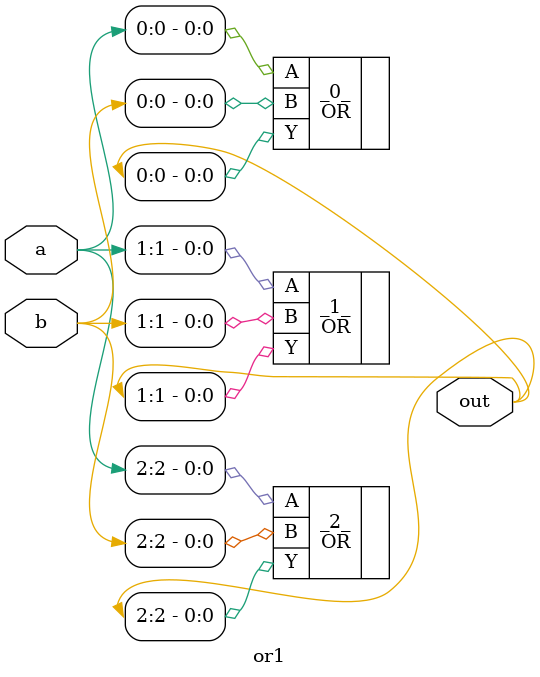
<source format=v>
/* Generated by Yosys 0.41+83 (git sha1 7045cf509, x86_64-w64-mingw32-g++ 13.2.1 -Os) */

/* cells_not_processed =  1  */
/* src = "or1.v:2.1-10.10" */
module or1(a, b, out);
  /* src = "or1.v:3.15-3.16" */
  input [2:0] a;
  wire [2:0] a;
  /* src = "or1.v:4.15-4.16" */
  input [2:0] b;
  wire [2:0] b;
  /* src = "or1.v:5.16-5.19" */
  output [2:0] out;
  wire [2:0] out;
  OR _0_ (
    .A(a[0]),
    .B(b[0]),
    .Y(out[0])
  );
  OR _1_ (
    .A(a[1]),
    .B(b[1]),
    .Y(out[1])
  );
  OR _2_ (
    .A(a[2]),
    .B(b[2]),
    .Y(out[2])
  );
endmodule

</source>
